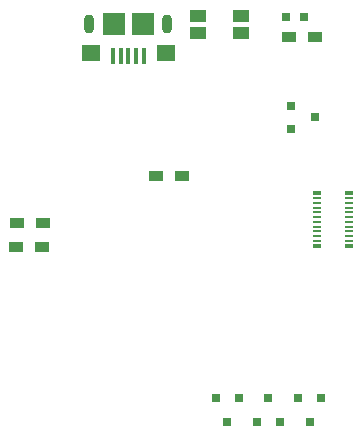
<source format=gbp>
G04 #@! TF.FileFunction,Paste,Bot*
%FSLAX46Y46*%
G04 Gerber Fmt 4.6, Leading zero omitted, Abs format (unit mm)*
G04 Created by KiCad (PCBNEW 4.0.1-stable) date Thursday, April 14, 2016 'AMt' 11:50:35 AM*
%MOMM*%
G01*
G04 APERTURE LIST*
%ADD10C,0.100000*%
%ADD11R,0.660000X0.230000*%
%ADD12R,0.660000X0.350000*%
%ADD13R,0.797560X0.797560*%
%ADD14R,1.200000X0.900000*%
%ADD15R,1.400000X1.050000*%
%ADD16R,0.800100X0.800100*%
%ADD17R,1.600000X1.400000*%
%ADD18R,0.400000X1.350000*%
%ADD19R,1.900000X1.900000*%
%ADD20O,0.900000X1.600000*%
G04 APERTURE END LIST*
D10*
D11*
X161010000Y-106190000D03*
X158300000Y-106190000D03*
X161010000Y-109790000D03*
X158300000Y-109790000D03*
D12*
X161010000Y-105715000D03*
X158300000Y-105715000D03*
X161010000Y-110265000D03*
X158300000Y-110265000D03*
D11*
X158300000Y-109390000D03*
X161010000Y-109390000D03*
X158300000Y-108990000D03*
X161010000Y-108990000D03*
X158300000Y-108590000D03*
X161010000Y-108590000D03*
X158300000Y-108190000D03*
X161010000Y-108190000D03*
X158300000Y-107790000D03*
X161010000Y-107790000D03*
X158300000Y-107390000D03*
X161010000Y-107390000D03*
X158300000Y-106990000D03*
X161010000Y-106990000D03*
X158300000Y-106590000D03*
X161010000Y-106590000D03*
D13*
X155640000Y-90890000D03*
X157138600Y-90890000D03*
D14*
X144610000Y-104350000D03*
X146810000Y-104350000D03*
X135050000Y-108290000D03*
X132850000Y-108290000D03*
X132760000Y-110300000D03*
X134960000Y-110300000D03*
X158090000Y-92580000D03*
X155890000Y-92580000D03*
D15*
X151800000Y-92225000D03*
X148200000Y-92225000D03*
X151800000Y-90775000D03*
X148200000Y-90775000D03*
D16*
X156700000Y-123124240D03*
X158600000Y-123124240D03*
X157650000Y-125123220D03*
X155100000Y-125125760D03*
X153200000Y-125125760D03*
X154150000Y-123126780D03*
X149725000Y-123124240D03*
X151625000Y-123124240D03*
X150675000Y-125123220D03*
X156099240Y-100300000D03*
X156099240Y-98400000D03*
X158098220Y-99350000D03*
D17*
X139100000Y-93900000D03*
X145500000Y-93900000D03*
D18*
X141000000Y-94125000D03*
X141650000Y-94125000D03*
X142300000Y-94125000D03*
X142950000Y-94125000D03*
X143600000Y-94125000D03*
D19*
X141100000Y-91450000D03*
X143500000Y-91450000D03*
D20*
X139000000Y-91450000D03*
X145600000Y-91450000D03*
M02*

</source>
